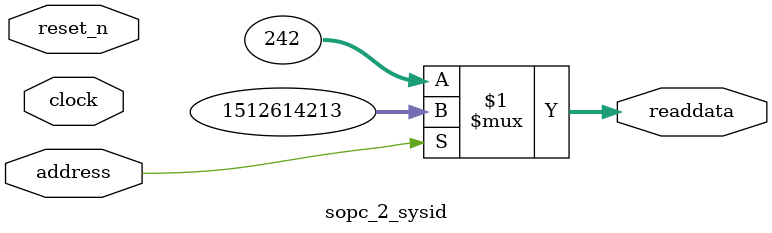
<source format=v>



// synthesis translate_off
`timescale 1ns / 1ps
// synthesis translate_on

// turn off superfluous verilog processor warnings 
// altera message_level Level1 
// altera message_off 10034 10035 10036 10037 10230 10240 10030 

module sopc_2_sysid (
               // inputs:
                address,
                clock,
                reset_n,

               // outputs:
                readdata
             )
;

  output  [ 31: 0] readdata;
  input            address;
  input            clock;
  input            reset_n;

  wire    [ 31: 0] readdata;
  //control_slave, which is an e_avalon_slave
  assign readdata = address ? 1512614213 : 242;

endmodule



</source>
